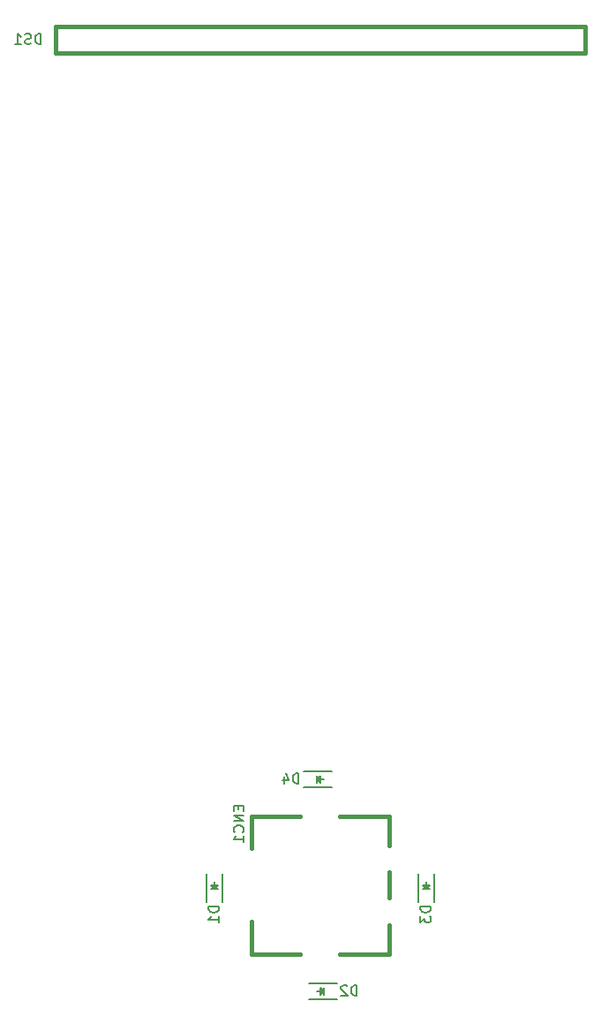
<source format=gbr>
G04 #@! TF.FileFunction,Legend,Bot*
%FSLAX46Y46*%
G04 Gerber Fmt 4.6, Leading zero omitted, Abs format (unit mm)*
G04 Created by KiCad (PCBNEW 4.0.2+dfsg1-stable) date Mon 11 Jun 2018 12:13:27 PM EDT*
%MOMM*%
G01*
G04 APERTURE LIST*
%ADD10C,0.100000*%
%ADD11C,0.381000*%
%ADD12C,0.150000*%
G04 APERTURE END LIST*
D10*
D11*
X72644000Y-52324000D02*
X123444000Y-52324000D01*
X72644000Y-54864000D02*
X72644000Y-52324000D01*
X123444000Y-54864000D02*
X72644000Y-54864000D01*
X123444000Y-52324000D02*
X123444000Y-54864000D01*
D12*
X87134000Y-136220000D02*
X87134000Y-133520000D01*
X88634000Y-136220000D02*
X88634000Y-133520000D01*
X87734000Y-134720000D02*
X87984000Y-134720000D01*
X87984000Y-134720000D02*
X87834000Y-134870000D01*
X88234000Y-134970000D02*
X87534000Y-134970000D01*
X87884000Y-134620000D02*
X87884000Y-134270000D01*
X87884000Y-134970000D02*
X88234000Y-134620000D01*
X88234000Y-134620000D02*
X87534000Y-134620000D01*
X87534000Y-134620000D02*
X87884000Y-134970000D01*
X99644000Y-145530000D02*
X96944000Y-145530000D01*
X99644000Y-144030000D02*
X96944000Y-144030000D01*
X98144000Y-144930000D02*
X98144000Y-144680000D01*
X98144000Y-144680000D02*
X98294000Y-144830000D01*
X98394000Y-144430000D02*
X98394000Y-145130000D01*
X98044000Y-144780000D02*
X97694000Y-144780000D01*
X98394000Y-144780000D02*
X98044000Y-144430000D01*
X98044000Y-144430000D02*
X98044000Y-145130000D01*
X98044000Y-145130000D02*
X98394000Y-144780000D01*
X107454000Y-136220000D02*
X107454000Y-133520000D01*
X108954000Y-136220000D02*
X108954000Y-133520000D01*
X108054000Y-134720000D02*
X108304000Y-134720000D01*
X108304000Y-134720000D02*
X108154000Y-134870000D01*
X108554000Y-134970000D02*
X107854000Y-134970000D01*
X108204000Y-134620000D02*
X108204000Y-134270000D01*
X108204000Y-134970000D02*
X108554000Y-134620000D01*
X108554000Y-134620000D02*
X107854000Y-134620000D01*
X107854000Y-134620000D02*
X108204000Y-134970000D01*
X96477020Y-123710000D02*
X99177020Y-123710000D01*
X96477020Y-125210000D02*
X99177020Y-125210000D01*
X97977020Y-124310000D02*
X97977020Y-124560000D01*
X97977020Y-124560000D02*
X97827020Y-124410000D01*
X97727020Y-124810000D02*
X97727020Y-124110000D01*
X98077020Y-124460000D02*
X98427020Y-124460000D01*
X97727020Y-124460000D02*
X98077020Y-124810000D01*
X98077020Y-124810000D02*
X98077020Y-124110000D01*
X98077020Y-124110000D02*
X97727020Y-124460000D01*
D11*
X104644000Y-133420000D02*
X104644000Y-135820000D01*
X104644000Y-128020000D02*
X99944000Y-128020000D01*
X104644000Y-130820000D02*
X104644000Y-128020000D01*
X104644000Y-141220000D02*
X104644000Y-138420000D01*
X104644000Y-141220000D02*
X99944000Y-141220000D01*
X96144000Y-128020000D02*
X91444000Y-128020000D01*
X91444000Y-131120000D02*
X91444000Y-128020000D01*
X91444000Y-141220000D02*
X91444000Y-138120000D01*
X96144000Y-141220000D02*
X91444000Y-141220000D01*
D12*
X71258286Y-54046381D02*
X71258286Y-53046381D01*
X71020191Y-53046381D01*
X70877333Y-53094000D01*
X70782095Y-53189238D01*
X70734476Y-53284476D01*
X70686857Y-53474952D01*
X70686857Y-53617810D01*
X70734476Y-53808286D01*
X70782095Y-53903524D01*
X70877333Y-53998762D01*
X71020191Y-54046381D01*
X71258286Y-54046381D01*
X70305905Y-53998762D02*
X70163048Y-54046381D01*
X69924952Y-54046381D01*
X69829714Y-53998762D01*
X69782095Y-53951143D01*
X69734476Y-53855905D01*
X69734476Y-53760667D01*
X69782095Y-53665429D01*
X69829714Y-53617810D01*
X69924952Y-53570190D01*
X70115429Y-53522571D01*
X70210667Y-53474952D01*
X70258286Y-53427333D01*
X70305905Y-53332095D01*
X70305905Y-53236857D01*
X70258286Y-53141619D01*
X70210667Y-53094000D01*
X70115429Y-53046381D01*
X69877333Y-53046381D01*
X69734476Y-53094000D01*
X68782095Y-54046381D02*
X69353524Y-54046381D01*
X69067810Y-54046381D02*
X69067810Y-53046381D01*
X69163048Y-53189238D01*
X69258286Y-53284476D01*
X69353524Y-53332095D01*
X88336381Y-136675905D02*
X87336381Y-136675905D01*
X87336381Y-136914000D01*
X87384000Y-137056858D01*
X87479238Y-137152096D01*
X87574476Y-137199715D01*
X87764952Y-137247334D01*
X87907810Y-137247334D01*
X88098286Y-137199715D01*
X88193524Y-137152096D01*
X88288762Y-137056858D01*
X88336381Y-136914000D01*
X88336381Y-136675905D01*
X88336381Y-138199715D02*
X88336381Y-137628286D01*
X88336381Y-137914000D02*
X87336381Y-137914000D01*
X87479238Y-137818762D01*
X87574476Y-137723524D01*
X87622095Y-137628286D01*
X101576095Y-145232381D02*
X101576095Y-144232381D01*
X101338000Y-144232381D01*
X101195142Y-144280000D01*
X101099904Y-144375238D01*
X101052285Y-144470476D01*
X101004666Y-144660952D01*
X101004666Y-144803810D01*
X101052285Y-144994286D01*
X101099904Y-145089524D01*
X101195142Y-145184762D01*
X101338000Y-145232381D01*
X101576095Y-145232381D01*
X100623714Y-144327619D02*
X100576095Y-144280000D01*
X100480857Y-144232381D01*
X100242761Y-144232381D01*
X100147523Y-144280000D01*
X100099904Y-144327619D01*
X100052285Y-144422857D01*
X100052285Y-144518095D01*
X100099904Y-144660952D01*
X100671333Y-145232381D01*
X100052285Y-145232381D01*
X108656381Y-136675905D02*
X107656381Y-136675905D01*
X107656381Y-136914000D01*
X107704000Y-137056858D01*
X107799238Y-137152096D01*
X107894476Y-137199715D01*
X108084952Y-137247334D01*
X108227810Y-137247334D01*
X108418286Y-137199715D01*
X108513524Y-137152096D01*
X108608762Y-137056858D01*
X108656381Y-136914000D01*
X108656381Y-136675905D01*
X107656381Y-137580667D02*
X107656381Y-138199715D01*
X108037333Y-137866381D01*
X108037333Y-138009239D01*
X108084952Y-138104477D01*
X108132571Y-138152096D01*
X108227810Y-138199715D01*
X108465905Y-138199715D01*
X108561143Y-138152096D01*
X108608762Y-138104477D01*
X108656381Y-138009239D01*
X108656381Y-137723524D01*
X108608762Y-137628286D01*
X108561143Y-137580667D01*
X95988095Y-124912381D02*
X95988095Y-123912381D01*
X95750000Y-123912381D01*
X95607142Y-123960000D01*
X95511904Y-124055238D01*
X95464285Y-124150476D01*
X95416666Y-124340952D01*
X95416666Y-124483810D01*
X95464285Y-124674286D01*
X95511904Y-124769524D01*
X95607142Y-124864762D01*
X95750000Y-124912381D01*
X95988095Y-124912381D01*
X94559523Y-124245714D02*
X94559523Y-124912381D01*
X94797619Y-123864762D02*
X95035714Y-124579048D01*
X94416666Y-124579048D01*
X90218571Y-127023714D02*
X90218571Y-127357048D01*
X90742381Y-127499905D02*
X90742381Y-127023714D01*
X89742381Y-127023714D01*
X89742381Y-127499905D01*
X90742381Y-127928476D02*
X89742381Y-127928476D01*
X90742381Y-128499905D01*
X89742381Y-128499905D01*
X90647143Y-129547524D02*
X90694762Y-129499905D01*
X90742381Y-129357048D01*
X90742381Y-129261810D01*
X90694762Y-129118952D01*
X90599524Y-129023714D01*
X90504286Y-128976095D01*
X90313810Y-128928476D01*
X90170952Y-128928476D01*
X89980476Y-128976095D01*
X89885238Y-129023714D01*
X89790000Y-129118952D01*
X89742381Y-129261810D01*
X89742381Y-129357048D01*
X89790000Y-129499905D01*
X89837619Y-129547524D01*
X90742381Y-130499905D02*
X90742381Y-129928476D01*
X90742381Y-130214190D02*
X89742381Y-130214190D01*
X89885238Y-130118952D01*
X89980476Y-130023714D01*
X90028095Y-129928476D01*
M02*

</source>
